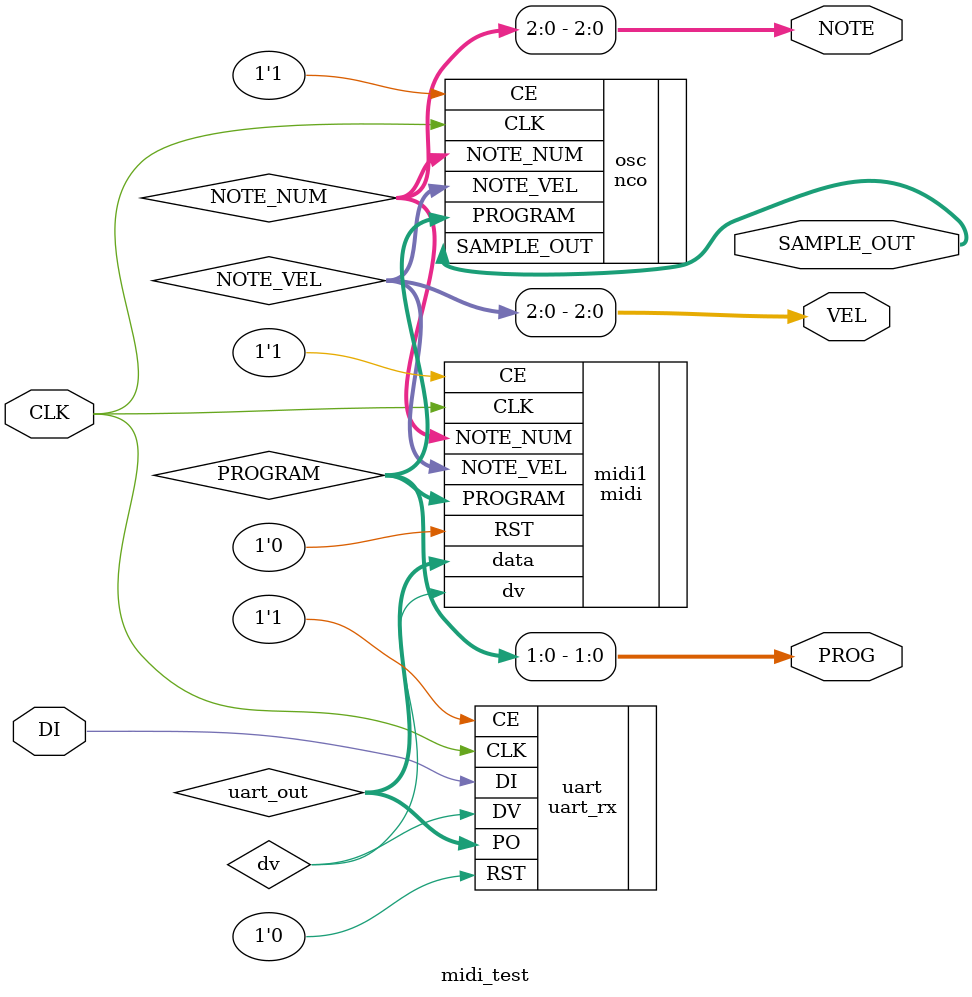
<source format=v>
module midi_test (
	input CLK,
	input DI,
	output [2:0] NOTE,
	output [2:0] VEL,
	output [1:0] PROG,
	output [7:0] SAMPLE_OUT
);

wire dv;
wire [7:0] uart_out;

wire [6:0] NOTE_NUM;
wire [6:0] NOTE_VEL;
wire [6:0] PROGRAM;

assign NOTE = NOTE_NUM[2:0];
assign VEL = NOTE_VEL[2:0];
assign PROG = PROGRAM[1:0];

uart_rx uart (
	.CLK(CLK),
	.CE(1'd1),
	.RST(1'd0),
	.DI(DI),
	.DV(dv),
	.PO(uart_out)
);

midi midi1(
	.CLK(CLK),
	.CE(1'd1),
	.RST(1'd0),
	.data(uart_out),
	.dv(dv),
	.NOTE_NUM(NOTE_NUM),
	.NOTE_VEL(NOTE_VEL),
	.PROGRAM(PROGRAM)
);


nco osc (
	.CLK(CLK),
	.CE(1'd1),
	.NOTE_NUM(NOTE_NUM),
	.NOTE_VEL(NOTE_VEL),
	.PROGRAM(PROGRAM),
	.SAMPLE_OUT(SAMPLE_OUT)
);

endmodule
</source>
